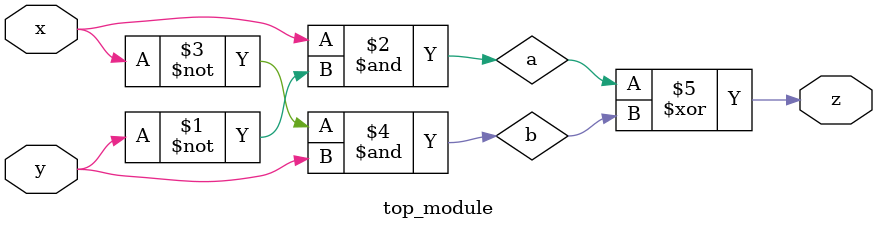
<source format=sv>
module top_module(
    input x,
    input y,
    output z
);
    wire a, b;
    
    // First gate
    and gate_1(a, x, ~y);
    
    // Second gate
    and gate_2(b, ~x, y);

    // Third gate
    xor gate_3(z, a, b);

endmodule

</source>
